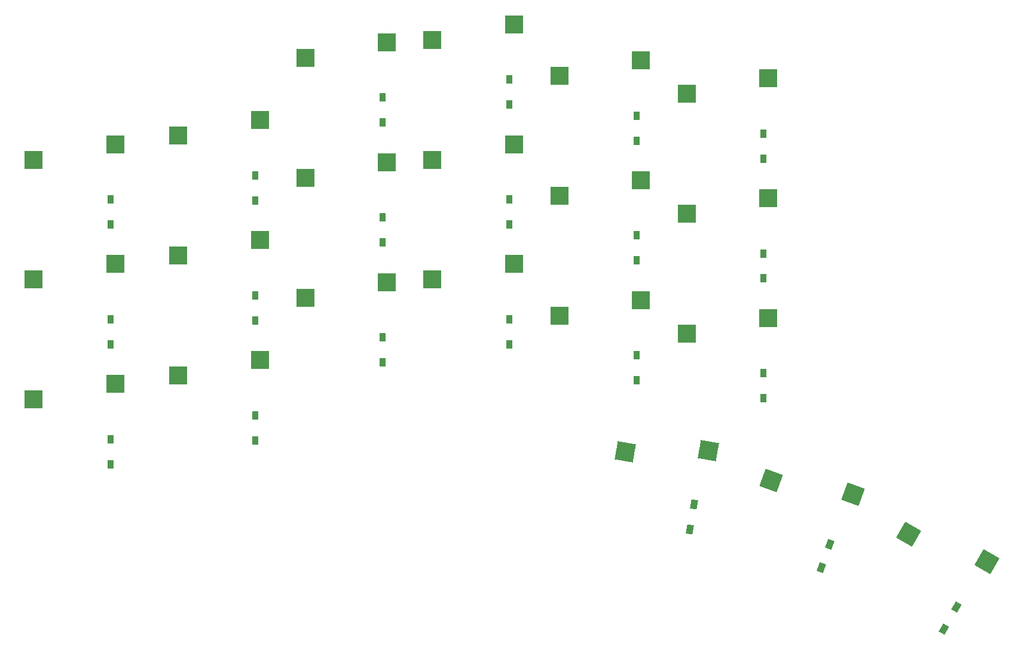
<source format=gbr>
%TF.GenerationSoftware,KiCad,Pcbnew,7.0.6*%
%TF.CreationDate,2023-09-19T12:55:28+07:00*%
%TF.ProjectId,rose,726f7365-2e6b-4696-9361-645f70636258,rev?*%
%TF.SameCoordinates,Original*%
%TF.FileFunction,Paste,Top*%
%TF.FilePolarity,Positive*%
%FSLAX46Y46*%
G04 Gerber Fmt 4.6, Leading zero omitted, Abs format (unit mm)*
G04 Created by KiCad (PCBNEW 7.0.6) date 2023-09-19 12:55:28*
%MOMM*%
%LPD*%
G01*
G04 APERTURE LIST*
G04 Aperture macros list*
%AMRotRect*
0 Rectangle, with rotation*
0 The origin of the aperture is its center*
0 $1 length*
0 $2 width*
0 $3 Rotation angle, in degrees counterclockwise*
0 Add horizontal line*
21,1,$1,$2,0,0,$3*%
G04 Aperture macros list end*
%ADD10R,2.600000X2.600000*%
%ADD11RotRect,2.600000X2.600000X340.000000*%
%ADD12RotRect,2.600000X2.600000X330.000000*%
%ADD13RotRect,2.600000X2.600000X350.000000*%
%ADD14R,0.950000X1.300000*%
%ADD15RotRect,1.300000X0.950000X60.000000*%
%ADD16RotRect,1.300000X0.950000X80.000000*%
%ADD17RotRect,1.300000X0.950000X70.000000*%
G04 APERTURE END LIST*
D10*
%TO.C,S17*%
X77775000Y17850000D03*
X66225000Y15650000D03*
%TD*%
%TO.C,S4*%
X59775000Y56950000D03*
X48225000Y54750000D03*
%TD*%
%TO.C,S8*%
X23775000Y26350000D03*
X12225000Y24150000D03*
%TD*%
%TO.C,S6*%
X95775000Y49300000D03*
X84225000Y47100000D03*
%TD*%
D11*
%TO.C,S20*%
X107762514Y-9673945D03*
X96156619Y-7790936D03*
%TD*%
D10*
%TO.C,S12*%
X95775000Y32300000D03*
X84225000Y30100000D03*
%TD*%
%TO.C,S14*%
X23775000Y9350000D03*
X12225000Y7150000D03*
%TD*%
%TO.C,S10*%
X59775000Y39950000D03*
X48225000Y37750000D03*
%TD*%
%TO.C,S13*%
X3275000Y5950000D03*
X-8275000Y3750000D03*
%TD*%
%TO.C,S16*%
X59775000Y22950000D03*
X48225000Y20750000D03*
%TD*%
%TO.C,S7*%
X3275000Y22950000D03*
X-8275000Y20750000D03*
%TD*%
D12*
%TO.C,S21*%
X126738269Y-19237897D03*
X115635676Y-15368153D03*
%TD*%
D10*
%TO.C,S11*%
X77775000Y34850000D03*
X66225000Y32650000D03*
%TD*%
%TO.C,S18*%
X95775000Y15300000D03*
X84225000Y13100000D03*
%TD*%
%TO.C,S3*%
X41775000Y54400000D03*
X30225000Y52200000D03*
%TD*%
D13*
%TO.C,S19*%
X87280495Y-3552633D03*
X75523939Y-3713574D03*
%TD*%
D10*
%TO.C,S9*%
X41775000Y37400000D03*
X30225000Y35200000D03*
%TD*%
%TO.C,S5*%
X77775000Y51850000D03*
X66225000Y49650000D03*
%TD*%
%TO.C,S15*%
X41775000Y20400000D03*
X30225000Y18200000D03*
%TD*%
%TO.C,S2*%
X23775000Y43350000D03*
X12225000Y41150000D03*
%TD*%
%TO.C,S1*%
X3275000Y39950000D03*
X-8275000Y37750000D03*
%TD*%
D14*
%TO.C,D8*%
X23130000Y14965000D03*
X23130000Y18515000D03*
%TD*%
%TO.C,D6*%
X95130000Y37915000D03*
X95130000Y41465000D03*
%TD*%
%TO.C,D15*%
X41130000Y9015000D03*
X41130000Y12565000D03*
%TD*%
D15*
%TO.C,D21*%
X120682500Y-28792195D03*
X122457500Y-25717805D03*
%TD*%
D14*
%TO.C,D5*%
X77130000Y40465000D03*
X77130000Y44015000D03*
%TD*%
D16*
%TO.C,D19*%
X84668309Y-14652667D03*
X85284761Y-11156599D03*
%TD*%
D14*
%TO.C,D17*%
X77130000Y6465000D03*
X77130000Y10015000D03*
%TD*%
%TO.C,D4*%
X59130000Y45565000D03*
X59130000Y49115000D03*
%TD*%
%TO.C,D14*%
X23130000Y-2035000D03*
X23130000Y1515000D03*
%TD*%
%TO.C,D9*%
X41130000Y26015000D03*
X41130000Y29565000D03*
%TD*%
%TO.C,D3*%
X41130000Y43015000D03*
X41130000Y46565000D03*
%TD*%
%TO.C,D13*%
X2630000Y-5435000D03*
X2630000Y-1885000D03*
%TD*%
%TO.C,D10*%
X59130000Y28565000D03*
X59130000Y32115000D03*
%TD*%
%TO.C,D1*%
X2630000Y28565000D03*
X2630000Y32115000D03*
%TD*%
%TO.C,D18*%
X95130000Y3915000D03*
X95130000Y7465000D03*
%TD*%
%TO.C,D11*%
X77130000Y23465000D03*
X77130000Y27015000D03*
%TD*%
%TO.C,D16*%
X59130000Y11565000D03*
X59130000Y15115000D03*
%TD*%
%TO.C,D2*%
X23130000Y31965000D03*
X23130000Y35515000D03*
%TD*%
%TO.C,D7*%
X2630000Y11565000D03*
X2630000Y15115000D03*
%TD*%
D17*
%TO.C,D20*%
X103262513Y-20151742D03*
X104476685Y-16815834D03*
%TD*%
D14*
%TO.C,D12*%
X95130000Y20915000D03*
X95130000Y24465000D03*
%TD*%
M02*

</source>
